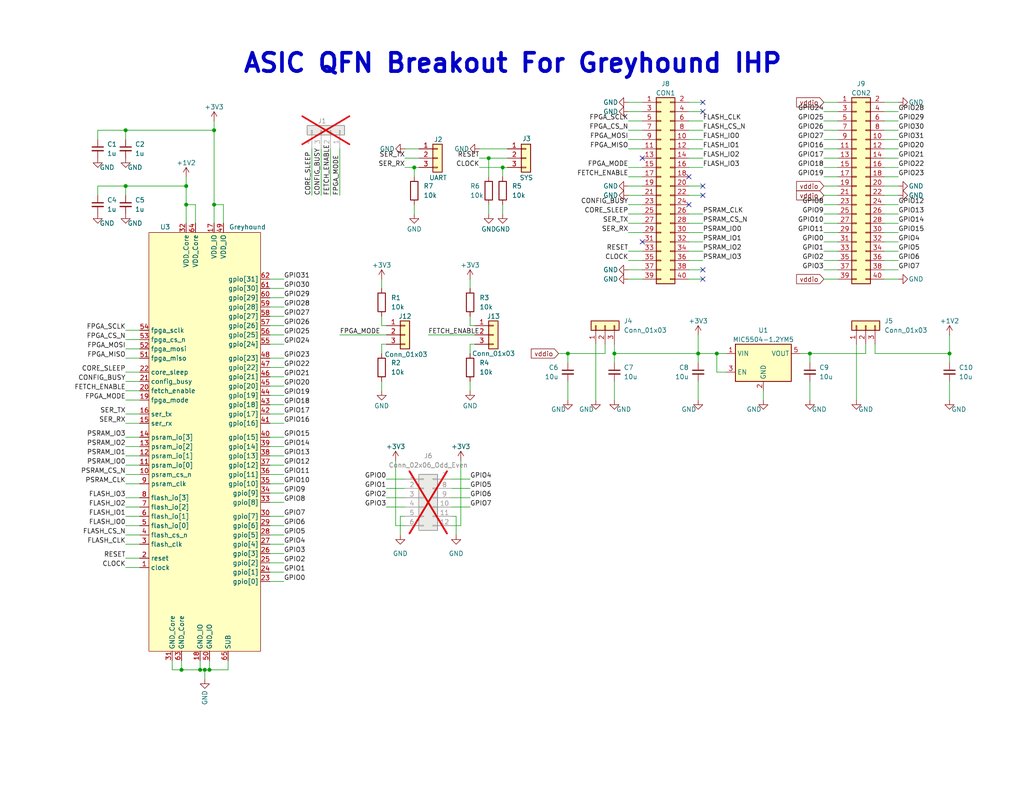
<source format=kicad_sch>
(kicad_sch (version 20250114) (generator "eeschema") (generator_version "9.0")
  (paper "A")
  (title_block (title "Greyhound IHP Breakout QFN") (date "2025-10-20") (rev "1.0.0") (comment 1 "(C) 2024-2025 Pat Deegan") (comment 2 "(C) 2025 Sylvain Munaut") (comment 3 "(C) 2026 Leo Moser"))
  (lib_symbols
    (symbol "Connector_Generic:Conn_01x03" (pin_names (offset 1.016) (hide yes))
      (property "Reference" "J" (at 0 5.08 0))
      (property "Value" "Conn_01x03" (at 0 -5.08 0))
      (symbol "Conn_01x03_1_1"
        (pin passive line (at -5.08 2.54 0) (length 3.81) (name "Pin_1") (number "1"))
        (pin passive line (at -5.08 0 0) (length 3.81) (name "Pin_2") (number "2"))
        (pin passive line (at -5.08 -2.54 0) (length 3.81) (name "Pin_3") (number "3"))
      )
    )
    (symbol "Connector_Generic:Conn_01x04" (pin_names (offset 1.016) (hide yes))
      (property "Reference" "J" (at 0 5.08 0))
      (property "Value" "Conn_01x04" (at 0 -7.62 0))
      (symbol "Conn_01x04_1_1"
        (pin passive line (at -5.08 2.54 0) (length 3.81) (name "Pin_1") (number "1"))
        (pin passive line (at -5.08 0 0) (length 3.81) (name "Pin_2") (number "2"))
        (pin passive line (at -5.08 -2.54 0) (length 3.81) (name "Pin_3") (number "3"))
        (pin passive line (at -5.08 -5.08 0) (length 3.81) (name "Pin_4") (number "4"))
      )
    )
    (symbol "Connector_Generic:Conn_02x06_Top_Bottom" (pin_names (offset 1.016) (hide yes))
      (property "Reference" "J" (at 1.27 7.62 0))
      (property "Value" "Conn_02x06_Top_Bottom" (at 1.27 -10.16 0))
      (symbol "Conn_02x06_Top_Bottom_1_1"
        (pin passive line (at -5.08 5.08 0) (length 3.81) (name "Pin_1") (number "1"))
        (pin passive line (at -5.08 2.54 0) (length 3.81) (name "Pin_2") (number "2"))
        (pin passive line (at -5.08 0 0) (length 3.81) (name "Pin_3") (number "3"))
        (pin passive line (at -5.08 -2.54 0) (length 3.81) (name "Pin_4") (number "4"))
        (pin passive line (at -5.08 -5.08 0) (length 3.81) (name "Pin_5") (number "5"))
        (pin passive line (at -5.08 -7.62 0) (length 3.81) (name "Pin_6") (number "6"))
        (pin passive line (at 7.62 5.08 180) (length 3.81) (name "Pin_7") (number "7"))
        (pin passive line (at 7.62 2.54 180) (length 3.81) (name "Pin_8") (number "8"))
        (pin passive line (at 7.62 0 180) (length 3.81) (name "Pin_9") (number "9"))
        (pin passive line (at 7.62 -2.54 180) (length 3.81) (name "Pin_10") (number "10"))
        (pin passive line (at 7.62 -5.08 180) (length 3.81) (name "Pin_11") (number "11"))
        (pin passive line (at 7.62 -7.62 180) (length 3.81) (name "Pin_12") (number "12"))
      )
    )
    (symbol "Connector_Generic:Conn_02x20_Odd_Even" (pin_names (offset 1.016) (hide yes))
      (property "Reference" "J" (at 1.27 25.4 0))
      (property "Value" "Conn_02x20_Odd_Even" (at 1.27 -27.94 0))
      (symbol "Conn_02x20_Odd_Even_1_1"
        (pin passive line (at -5.08 22.86 0) (length 3.81) (name "Pin_1") (number "1"))
        (pin passive line (at -5.08 20.32 0) (length 3.81) (name "Pin_3") (number "3"))
        (pin passive line (at -5.08 17.78 0) (length 3.81) (name "Pin_5") (number "5"))
        (pin passive line (at -5.08 15.24 0) (length 3.81) (name "Pin_7") (number "7"))
        (pin passive line (at -5.08 12.7 0) (length 3.81) (name "Pin_9") (number "9"))
        (pin passive line (at -5.08 10.16 0) (length 3.81) (name "Pin_11") (number "11"))
        (pin passive line (at -5.08 7.62 0) (length 3.81) (name "Pin_13") (number "13"))
        (pin passive line (at -5.08 5.08 0) (length 3.81) (name "Pin_15") (number "15"))
        (pin passive line (at -5.08 2.54 0) (length 3.81) (name "Pin_17") (number "17"))
        (pin passive line (at -5.08 0 0) (length 3.81) (name "Pin_19") (number "19"))
        (pin passive line (at -5.08 -2.54 0) (length 3.81) (name "Pin_21") (number "21"))
        (pin passive line (at -5.08 -5.08 0) (length 3.81) (name "Pin_23") (number "23"))
        (pin passive line (at -5.08 -7.62 0) (length 3.81) (name "Pin_25") (number "25"))
        (pin passive line (at -5.08 -10.16 0) (length 3.81) (name "Pin_27") (number "27"))
        (pin passive line (at -5.08 -12.7 0) (length 3.81) (name "Pin_29") (number "29"))
        (pin passive line (at -5.08 -15.24 0) (length 3.81) (name "Pin_31") (number "31"))
        (pin passive line (at -5.08 -17.78 0) (length 3.81) (name "Pin_33") (number "33"))
        (pin passive line (at -5.08 -20.32 0) (length 3.81) (name "Pin_35") (number "35"))
        (pin passive line (at -5.08 -22.86 0) (length 3.81) (name "Pin_37") (number "37"))
        (pin passive line (at -5.08 -25.4 0) (length 3.81) (name "Pin_39") (number "39"))
        (pin passive line (at 7.62 22.86 180) (length 3.81) (name "Pin_2") (number "2"))
        (pin passive line (at 7.62 20.32 180) (length 3.81) (name "Pin_4") (number "4"))
        (pin passive line (at 7.62 17.78 180) (length 3.81) (name "Pin_6") (number "6"))
        (pin passive line (at 7.62 15.24 180) (length 3.81) (name "Pin_8") (number "8"))
        (pin passive line (at 7.62 12.7 180) (length 3.81) (name "Pin_10") (number "10"))
        (pin passive line (at 7.62 10.16 180) (length 3.81) (name "Pin_12") (number "12"))
        (pin passive line (at 7.62 7.62 180) (length 3.81) (name "Pin_14") (number "14"))
        (pin passive line (at 7.62 5.08 180) (length 3.81) (name "Pin_16") (number "16"))
        (pin passive line (at 7.62 2.54 180) (length 3.81) (name "Pin_18") (number "18"))
        (pin passive line (at 7.62 0 180) (length 3.81) (name "Pin_20") (number "20"))
        (pin passive line (at 7.62 -2.54 180) (length 3.81) (name "Pin_22") (number "22"))
        (pin passive line (at 7.62 -5.08 180) (length 3.81) (name "Pin_24") (number "24"))
        (pin passive line (at 7.62 -7.62 180) (length 3.81) (name "Pin_26") (number "26"))
        (pin passive line (at 7.62 -10.16 180) (length 3.81) (name "Pin_28") (number "28"))
        (pin passive line (at 7.62 -12.7 180) (length 3.81) (name "Pin_30") (number "30"))
        (pin passive line (at 7.62 -15.24 180) (length 3.81) (name "Pin_32") (number "32"))
        (pin passive line (at 7.62 -17.78 180) (length 3.81) (name "Pin_34") (number "34"))
        (pin passive line (at 7.62 -20.32 180) (length 3.81) (name "Pin_36") (number "36"))
        (pin passive line (at 7.62 -22.86 180) (length 3.81) (name "Pin_38") (number "38"))
        (pin passive line (at 7.62 -25.4 180) (length 3.81) (name "Pin_40") (number "40"))
      )
    )
    (symbol "Device:C_Small" (pin_numbers (hide yes)) (pin_names (offset 0.254) (hide yes))
      (property "Reference" "C" (at 0.254 1.778 0))
      (property "Value" "C_Small" (at 0.254 -2.032 0))
      (symbol "C_Small_1_1"
        (pin passive line (at 0 2.54 270) (length 2.032) (name "~") (number "1"))
        (pin passive line (at 0 -2.54 90) (length 2.032) (name "~") (number "2"))
      )
    )
    (symbol "Device:R" (pin_numbers (hide yes)) (pin_names (offset 0))
      (property "Reference" "R" (at 2.032 0 90))
      (property "Value" "R" (at 0 0 90))
      (symbol "R_1_1"
        (pin passive line (at 0 3.81 270) (length 1.27) (name "~") (number "1"))
        (pin passive line (at 0 -3.81 90) (length 1.27) (name "~") (number "2"))
      )
    )
    (symbol "Greyhound:Greyhound_v1"
      (property "Reference" "U2" (at 12.3033 58.42 0))
      (property "Value" "~" (at 12.3033 55.88 0))
      (symbol "Greyhound_v1_0_0"
        (pin power_in line (at -6.35 -63.5 90) (length 2.54) (name "GND_Core") (number "63"))
        (pin power_in line (at -2.54 55.88 270) (length 2.54) (name "VDD_Core") (number "64"))
        (pin power_in line (at 2.54 55.88 270) (length 2.54) (name "VDD_IO") (number "17"))
        (pin power_in line (at 6.35 -63.5 90) (length 2.54) (name "SUB") (number "65"))
      )
      (symbol "Greyhound_v1_1_0"
        (pin bidirectional line (at -17.78 26.67 0) (length 2.54) (name "fpga_sclk") (number "54"))
        (pin bidirectional line (at -17.78 24.13 0) (length 2.54) (name "fpga_cs_n") (number "53"))
        (pin bidirectional line (at -17.78 21.59 0) (length 2.54) (name "fpga_mosi") (number "52"))
        (pin bidirectional line (at -17.78 19.05 0) (length 2.54) (name "fpga_miso") (number "51"))
        (pin output line (at -17.78 15.24 0) (length 2.54) (name "core_sleep") (number "22"))
        (pin output line (at -17.78 12.7 0) (length 2.54) (name "config_busy") (number "21"))
        (pin input line (at -17.78 10.16 0) (length 2.54) (name "fetch_enable") (number "20"))
        (pin input line (at -17.78 7.62 0) (length 2.54) (name "fpga_mode") (number "19"))
        (pin output line (at -17.78 3.81 0) (length 2.54) (name "ser_tx") (number "16"))
        (pin input line (at -17.78 1.27 0) (length 2.54) (name "ser_rx") (number "15"))
        (pin bidirectional line (at -17.78 -2.54 0) (length 2.54) (name "psram_io[3]") (number "14"))
        (pin bidirectional line (at -17.78 -5.08 0) (length 2.54) (name "psram_io[2]") (number "13"))
        (pin bidirectional line (at -17.78 -7.62 0) (length 2.54) (name "psram_io[1]") (number "12"))
        (pin bidirectional line (at -17.78 -10.16 0) (length 2.54) (name "psram_io[0]") (number "11"))
        (pin output line (at -17.78 -12.7 0) (length 2.54) (name "psram_cs_n") (number "10"))
        (pin output line (at -17.78 -15.24 0) (length 2.54) (name "psram_clk") (number "9"))
        (pin bidirectional line (at -17.78 -19.05 0) (length 2.54) (name "flash_io[3]") (number "8"))
        (pin bidirectional line (at -17.78 -21.59 0) (length 2.54) (name "flash_io[2]") (number "7"))
        (pin bidirectional line (at -17.78 -24.13 0) (length 2.54) (name "flash_io[1]") (number "6"))
        (pin bidirectional line (at -17.78 -26.67 0) (length 2.54) (name "flash_io[0]") (number "5"))
        (pin output line (at -17.78 -29.21 0) (length 2.54) (name "flash_cs_n") (number "4"))
        (pin output line (at -17.78 -31.75 0) (length 2.54) (name "flash_clk") (number "3"))
        (pin input line (at -17.78 -35.56 0) (length 2.54) (name "reset") (number "2"))
        (pin input line (at -17.78 -38.1 0) (length 2.54) (name "clock") (number "1"))
        (pin power_in line (at -8.89 -63.5 90) (length 2.54) (name "GND_Core") (number "31"))
        (pin power_in line (at -5.08 55.88 270) (length 2.54) (name "VDD_Core") (number "32"))
        (pin power_in line (at -1.27 -63.5 90) (length 2.54) (name "GND_IO") (number "18"))
        (pin power_in line (at 1.27 -63.5 90) (length 2.54) (name "GND_IO") (number "50"))
        (pin power_in line (at 5.08 55.88 270) (length 2.54) (name "VDD_IO") (number "49"))
        (pin bidirectional line (at 17.78 40.64 180) (length 2.54) (name "gpio[31]") (number "62"))
        (pin bidirectional line (at 17.78 38.1 180) (length 2.54) (name "gpio[30]") (number "61"))
        (pin bidirectional line (at 17.78 35.56 180) (length 2.54) (name "gpio[29]") (number "60"))
        (pin bidirectional line (at 17.78 33.02 180) (length 2.54) (name "gpio[28]") (number "59"))
        (pin bidirectional line (at 17.78 30.48 180) (length 2.54) (name "gpio[27]") (number "58"))
        (pin bidirectional line (at 17.78 27.94 180) (length 2.54) (name "gpio[26]") (number "57"))
        (pin bidirectional line (at 17.78 25.4 180) (length 2.54) (name "gpio[25]") (number "56"))
        (pin bidirectional line (at 17.78 22.86 180) (length 2.54) (name "gpio[24]") (number "55"))
        (pin bidirectional line (at 17.78 19.05 180) (length 2.54) (name "gpio[23]") (number "48"))
        (pin bidirectional line (at 17.78 16.51 180) (length 2.54) (name "gpio[22]") (number "47"))
        (pin bidirectional line (at 17.78 13.97 180) (length 2.54) (name "gpio[21]") (number "46"))
        (pin bidirectional line (at 17.78 11.43 180) (length 2.54) (name "gpio[20]") (number "45"))
        (pin bidirectional line (at 17.78 8.89 180) (length 2.54) (name "gpio[19]") (number "44"))
        (pin bidirectional line (at 17.78 6.35 180) (length 2.54) (name "gpio[18]") (number "43"))
        (pin bidirectional line (at 17.78 3.81 180) (length 2.54) (name "gpio[17]") (number "42"))
        (pin bidirectional line (at 17.78 1.27 180) (length 2.54) (name "gpio[16]") (number "41"))
        (pin bidirectional line (at 17.78 -2.54 180) (length 2.54) (name "gpio[15]") (number "40"))
        (pin bidirectional line (at 17.78 -5.08 180) (length 2.54) (name "gpio[14]") (number "39"))
        (pin bidirectional line (at 17.78 -7.62 180) (length 2.54) (name "gpio[13]") (number "38"))
        (pin bidirectional line (at 17.78 -10.16 180) (length 2.54) (name "gpio[12]") (number "37"))
        (pin bidirectional line (at 17.78 -12.7 180) (length 2.54) (name "gpio[11]") (number "36"))
        (pin bidirectional line (at 17.78 -15.24 180) (length 2.54) (name "gpio[10]") (number "35"))
        (pin bidirectional line (at 17.78 -17.78 180) (length 2.54) (name "gpio[9]") (number "34"))
        (pin bidirectional line (at 17.78 -20.32 180) (length 2.54) (name "gpio[8]") (number "33"))
        (pin bidirectional line (at 17.78 -24.13 180) (length 2.54) (name "gpio[7]") (number "30"))
        (pin bidirectional line (at 17.78 -26.67 180) (length 2.54) (name "gpio[6]") (number "29"))
        (pin bidirectional line (at 17.78 -29.21 180) (length 2.54) (name "gpio[5]") (number "28"))
        (pin bidirectional line (at 17.78 -31.75 180) (length 2.54) (name "gpio[4]") (number "27"))
        (pin bidirectional line (at 17.78 -34.29 180) (length 2.54) (name "gpio[3]") (number "26"))
        (pin bidirectional line (at 17.78 -36.83 180) (length 2.54) (name "gpio[2]") (number "25"))
        (pin power_in line (at 17.78 -39.37 180) (length 2.54) (name "gpio[1]") (number "24"))
        (pin power_in line (at 17.78 -41.91 180) (length 2.54) (name "gpio[0]") (number "23"))
      )
    )
    (symbol "Regulator_Linear:MIC5504-1.2YM5"
      (property "Reference" "U" (at -7.62 8.89 0))
      (property "Value" "MIC5504-1.2YM5" (at -7.62 6.35 0))
      (symbol "MIC5504-1.2YM5_1_1"
        (pin power_in line (at -10.16 2.54 0) (length 2.54) (name "VIN") (number "1"))
        (pin input line (at -10.16 -2.54 0) (length 2.54) (name "EN") (number "3"))
        (pin power_in line (at 0 -7.62 90) (length 2.54) (name "GND") (number "2"))
        (pin no_connect line (at 7.62 -2.54 180) (length 2.54) (hide yes) (name "NC") (number "4"))
        (pin power_out line (at 10.16 2.54 180) (length 2.54) (name "VOUT") (number "5"))
      )
    )
    (symbol "power:+1V2" (power) (pin_numbers (hide yes)) (pin_names (offset 0) (hide yes))
      (property "Value" "+1V2" (at 0 3.556 0))
      (symbol "+1V2_1_1"
        (pin power_in line (at 0 0 90) (length 0) (name "~") (number "1"))
      )
    )
    (symbol "power:+3V3" (power) (pin_numbers (hide yes)) (pin_names (offset 0) (hide yes))
      (property "Value" "+3V3" (at 0 3.556 0))
      (symbol "+3V3_1_1"
        (pin power_in line (at 0 0 90) (length 0) (name "~") (number "1"))
      )
    )
    (symbol "power:GND" (power) (pin_names (offset 0))
      (property "Value" "GND" (at 0 -3.81 0))
      (symbol "GND_1_1"
        (pin power_in line (at 0 0 270) (length 0) (hide yes) (name "GND") (number "1"))
      )
    )
  )
  (text "ASIC QFN Breakout For Greyhound IHP" (at 66.04 20.32 0) (effects (font (size 5 5) (thickness 1) (bold yes)) (justify left bottom)))
  (junction (at 58.42 55.88))
  (junction (at 55.88 182.88))
  (junction (at 50.8 55.88))
  (junction (at 34.29 35.56))
  (junction (at 137.16 45.72))
  (junction (at 34.29 50.8))
  (junction (at 259.08 96.52))
  (junction (at 167.64 96.52))
  (junction (at 220.98 96.52))
  (junction (at 57.15 182.88))
  (junction (at 190.5 96.52))
  (junction (at 154.94 96.52))
  (junction (at 58.42 35.56))
  (junction (at 50.8 50.8))
  (junction (at 113.03 45.72))
  (junction (at 195.58 96.52))
  (junction (at 54.61 182.88))
  (junction (at 49.53 182.88))
  (junction (at 133.35 43.18))
  (no_connect (at 191.77 27.94))
  (no_connect (at 191.77 53.34))
  (no_connect (at 175.26 66.04))
  (no_connect (at 191.77 76.2))
  (no_connect (at 191.77 73.66))
  (no_connect (at 175.26 43.18))
  (no_connect (at 187.96 55.88))
  (no_connect (at 187.96 48.26))
  (no_connect (at 191.77 50.8))
  (no_connect (at 191.77 30.48))
  (wire (pts (xy 54.61 180.34) (xy 54.61 182.88)))
  (wire (pts (xy 187.96 68.58) (xy 191.77 68.58)))
  (wire (pts (xy 191.77 30.48) (xy 187.96 30.48)))
  (wire (pts (xy 171.45 73.66) (xy 175.26 73.66)))
  (wire (pts (xy 54.61 182.88) (xy 55.88 182.88)))
  (wire (pts (xy 92.71 40.64) (xy 92.71 53.34)))
  (wire (pts (xy 73.66 86.36) (xy 77.47 86.36)))
  (wire (pts (xy 73.66 134.62) (xy 77.47 134.62)))
  (wire (pts (xy 38.1 152.4) (xy 34.29 152.4)))
  (wire (pts (xy 38.1 115.57) (xy 34.29 115.57)))
  (wire (pts (xy 123.19 135.89) (xy 128.27 135.89)))
  (wire (pts (xy 238.76 96.52) (xy 259.08 96.52)))
  (wire (pts (xy 171.45 35.56) (xy 175.26 35.56)))
  (wire (pts (xy 123.19 133.35) (xy 128.27 133.35)))
  (wire (pts (xy 224.79 40.64) (xy 228.6 40.64)))
  (wire (pts (xy 165.1 96.52) (xy 165.1 93.98)))
  (wire (pts (xy 241.3 66.04) (xy 245.11 66.04)))
  (wire (pts (xy 58.42 33.02) (xy 58.42 35.56)))
  (wire (pts (xy 73.66 146.05) (xy 77.47 146.05)))
  (wire (pts (xy 57.15 182.88) (xy 55.88 182.88)))
  (wire (pts (xy 38.1 97.79) (xy 34.29 97.79)))
  (wire (pts (xy 34.29 38.1) (xy 34.29 35.56)))
  (wire (pts (xy 38.1 129.54) (xy 34.29 129.54)))
  (wire (pts (xy 73.66 115.57) (xy 77.47 115.57)))
  (wire (pts (xy 220.98 109.22) (xy 220.98 104.14)))
  (wire (pts (xy 167.64 96.52) (xy 167.64 99.06)))
  (wire (pts (xy 73.66 110.49) (xy 77.47 110.49)))
  (wire (pts (xy 241.3 45.72) (xy 245.11 45.72)))
  (wire (pts (xy 130.81 45.72) (xy 137.16 45.72)))
  (wire (pts (xy 104.14 93.98) (xy 105.41 93.98)))
  (wire (pts (xy 224.79 76.2) (xy 228.6 76.2)))
  (wire (pts (xy 73.66 91.44) (xy 77.47 91.44)))
  (wire (pts (xy 57.15 180.34) (xy 57.15 182.88)))
  (wire (pts (xy 171.45 71.12) (xy 175.26 71.12)))
  (wire (pts (xy 55.88 182.88) (xy 55.88 185.42)))
  (wire (pts (xy 105.41 130.81) (xy 110.49 130.81)))
  (wire (pts (xy 241.3 38.1) (xy 245.11 38.1)))
  (wire (pts (xy 38.1 154.94) (xy 34.29 154.94)))
  (wire (pts (xy 38.1 92.71) (xy 34.29 92.71)))
  (wire (pts (xy 58.42 60.96) (xy 58.42 55.88)))
  (wire (pts (xy 224.79 63.5) (xy 228.6 63.5)))
  (wire (pts (xy 154.94 96.52) (xy 165.1 96.52)))
  (wire (pts (xy 73.66 148.59) (xy 77.47 148.59)))
  (wire (pts (xy 85.09 40.64) (xy 85.09 53.34)))
  (wire (pts (xy 187.96 45.72) (xy 191.77 45.72)))
  (wire (pts (xy 187.96 50.8) (xy 191.77 50.8)))
  (wire (pts (xy 73.66 156.21) (xy 77.47 156.21)))
  (wire (pts (xy 46.99 182.88) (xy 49.53 182.88)))
  (wire (pts (xy 73.66 107.95) (xy 77.47 107.95)))
  (wire (pts (xy 224.79 73.66) (xy 228.6 73.66)))
  (wire (pts (xy 73.66 153.67) (xy 77.47 153.67)))
  (wire (pts (xy 130.81 43.18) (xy 133.35 43.18)))
  (wire (pts (xy 167.64 96.52) (xy 190.5 96.52)))
  (wire (pts (xy 133.35 43.18) (xy 138.43 43.18)))
  (wire (pts (xy 241.3 71.12) (xy 245.11 71.12)))
  (wire (pts (xy 187.96 63.5) (xy 191.77 63.5)))
  (wire (pts (xy 50.8 55.88) (xy 53.34 55.88)))
  (wire (pts (xy 220.98 96.52) (xy 236.22 96.52)))
  (wire (pts (xy 73.66 88.9) (xy 77.47 88.9)))
  (wire (pts (xy 73.66 119.38) (xy 77.47 119.38)))
  (wire (pts (xy 73.66 93.98) (xy 77.47 93.98)))
  (wire (pts (xy 34.29 35.56) (xy 58.42 35.56)))
  (wire (pts (xy 26.67 50.8) (xy 34.29 50.8)))
  (wire (pts (xy 128.27 104.14) (xy 128.27 106.68)))
  (wire (pts (xy 224.79 55.88) (xy 228.6 55.88)))
  (wire (pts (xy 110.49 45.72) (xy 113.03 45.72)))
  (wire (pts (xy 90.17 40.64) (xy 90.17 53.34)))
  (wire (pts (xy 73.66 113.03) (xy 77.47 113.03)))
  (wire (pts (xy 152.4 96.52) (xy 154.94 96.52)))
  (wire (pts (xy 241.3 30.48) (xy 245.11 30.48)))
  (wire (pts (xy 49.53 182.88) (xy 54.61 182.88)))
  (wire (pts (xy 187.96 71.12) (xy 191.77 71.12)))
  (wire (pts (xy 128.27 93.98) (xy 129.54 93.98)))
  (wire (pts (xy 105.41 138.43) (xy 110.49 138.43)))
  (wire (pts (xy 224.79 43.18) (xy 228.6 43.18)))
  (wire (pts (xy 224.79 38.1) (xy 228.6 38.1)))
  (wire (pts (xy 224.79 45.72) (xy 228.6 45.72)))
  (wire (pts (xy 123.19 140.97) (xy 124.46 140.97)))
  (wire (pts (xy 34.29 50.8) (xy 50.8 50.8)))
  (wire (pts (xy 171.45 58.42) (xy 175.26 58.42)))
  (wire (pts (xy 123.19 138.43) (xy 128.27 138.43)))
  (wire (pts (xy 58.42 55.88) (xy 60.96 55.88)))
  (wire (pts (xy 171.45 55.88) (xy 175.26 55.88)))
  (wire (pts (xy 133.35 43.18) (xy 133.35 48.26)))
  (wire (pts (xy 187.96 53.34) (xy 191.77 53.34)))
  (wire (pts (xy 241.3 60.96) (xy 245.11 60.96)))
  (wire (pts (xy 259.08 96.52) (xy 259.08 91.44)))
  (wire (pts (xy 104.14 88.9) (xy 105.41 88.9)))
  (wire (pts (xy 38.1 127) (xy 34.29 127)))
  (wire (pts (xy 241.3 35.56) (xy 245.11 35.56)))
  (wire (pts (xy 241.3 68.58) (xy 245.11 68.58)))
  (wire (pts (xy 187.96 66.04) (xy 191.77 66.04)))
  (wire (pts (xy 38.1 124.46) (xy 34.29 124.46)))
  (wire (pts (xy 92.71 91.44) (xy 105.41 91.44)))
  (wire (pts (xy 137.16 45.72) (xy 138.43 45.72)))
  (wire (pts (xy 241.3 33.02) (xy 245.11 33.02)))
  (wire (pts (xy 154.94 96.52) (xy 154.94 99.06)))
  (wire (pts (xy 113.03 45.72) (xy 113.03 48.26)))
  (wire (pts (xy 38.1 109.22) (xy 34.29 109.22)))
  (wire (pts (xy 104.14 93.98) (xy 104.14 96.52)))
  (wire (pts (xy 38.1 95.25) (xy 34.29 95.25)))
  (wire (pts (xy 224.79 35.56) (xy 228.6 35.56)))
  (wire (pts (xy 38.1 101.6) (xy 34.29 101.6)))
  (wire (pts (xy 38.1 138.43) (xy 34.29 138.43)))
  (wire (pts (xy 38.1 146.05) (xy 34.29 146.05)))
  (wire (pts (xy 62.23 180.34) (xy 62.23 182.88)))
  (wire (pts (xy 73.66 124.46) (xy 77.47 124.46)))
  (wire (pts (xy 259.08 109.22) (xy 259.08 104.14)))
  (wire (pts (xy 137.16 55.88) (xy 137.16 58.42)))
  (wire (pts (xy 123.19 143.51) (xy 125.73 143.51)))
  (wire (pts (xy 238.76 93.98) (xy 238.76 96.52)))
  (wire (pts (xy 187.96 38.1) (xy 191.77 38.1)))
  (wire (pts (xy 233.68 109.22) (xy 233.68 93.98)))
  (wire (pts (xy 224.79 48.26) (xy 228.6 48.26)))
  (wire (pts (xy 49.53 180.34) (xy 49.53 182.88)))
  (wire (pts (xy 224.79 60.96) (xy 228.6 60.96)))
  (wire (pts (xy 228.6 53.34) (xy 224.79 53.34)))
  (wire (pts (xy 241.3 73.66) (xy 245.11 73.66)))
  (wire (pts (xy 128.27 88.9) (xy 129.54 88.9)))
  (wire (pts (xy 130.81 40.64) (xy 138.43 40.64)))
  (wire (pts (xy 73.66 158.75) (xy 77.47 158.75)))
  (wire (pts (xy 107.95 125.73) (xy 107.95 143.51)))
  (wire (pts (xy 190.5 96.52) (xy 195.58 96.52)))
  (wire (pts (xy 73.66 81.28) (xy 77.47 81.28)))
  (wire (pts (xy 57.15 182.88) (xy 62.23 182.88)))
  (wire (pts (xy 73.66 121.92) (xy 77.47 121.92)))
  (wire (pts (xy 73.66 140.97) (xy 77.47 140.97)))
  (wire (pts (xy 73.66 129.54) (xy 77.47 129.54)))
  (wire (pts (xy 73.66 137.16) (xy 77.47 137.16)))
  (wire (pts (xy 38.1 132.08) (xy 34.29 132.08)))
  (wire (pts (xy 38.1 121.92) (xy 34.29 121.92)))
  (wire (pts (xy 73.66 102.87) (xy 77.47 102.87)))
  (wire (pts (xy 38.1 113.03) (xy 34.29 113.03)))
  (wire (pts (xy 220.98 96.52) (xy 220.98 99.06)))
  (wire (pts (xy 191.77 27.94) (xy 187.96 27.94)))
  (wire (pts (xy 104.14 86.36) (xy 104.14 88.9)))
  (wire (pts (xy 224.79 58.42) (xy 228.6 58.42)))
  (wire (pts (xy 73.66 127) (xy 77.47 127)))
  (wire (pts (xy 171.45 27.94) (xy 175.26 27.94)))
  (wire (pts (xy 73.66 76.2) (xy 77.47 76.2)))
  (wire (pts (xy 38.1 90.17) (xy 34.29 90.17)))
  (wire (pts (xy 110.49 40.64) (xy 114.3 40.64)))
  (wire (pts (xy 73.66 105.41) (xy 77.47 105.41)))
  (wire (pts (xy 38.1 106.68) (xy 34.29 106.68)))
  (wire (pts (xy 128.27 76.2) (xy 128.27 78.74)))
  (wire (pts (xy 190.5 91.44) (xy 190.5 96.52)))
  (wire (pts (xy 38.1 140.97) (xy 34.29 140.97)))
  (wire (pts (xy 110.49 43.18) (xy 114.3 43.18)))
  (wire (pts (xy 224.79 66.04) (xy 228.6 66.04)))
  (wire (pts (xy 190.5 109.22) (xy 190.5 104.14)))
  (wire (pts (xy 175.26 50.8) (xy 171.45 50.8)))
  (wire (pts (xy 171.45 30.48) (xy 175.26 30.48)))
  (wire (pts (xy 38.1 119.38) (xy 34.29 119.38)))
  (wire (pts (xy 104.14 104.14) (xy 104.14 106.68)))
  (wire (pts (xy 241.3 43.18) (xy 245.11 43.18)))
  (wire (pts (xy 241.3 53.34) (xy 245.11 53.34)))
  (wire (pts (xy 73.66 100.33) (xy 77.47 100.33)))
  (wire (pts (xy 50.8 55.88) (xy 50.8 60.96)))
  (wire (pts (xy 245.11 76.2) (xy 241.3 76.2)))
  (wire (pts (xy 190.5 96.52) (xy 190.5 99.06)))
  (wire (pts (xy 236.22 96.52) (xy 236.22 93.98)))
  (wire (pts (xy 198.12 101.6) (xy 195.58 101.6)))
  (wire (pts (xy 113.03 55.88) (xy 113.03 58.42)))
  (wire (pts (xy 104.14 76.2) (xy 104.14 78.74)))
  (wire (pts (xy 224.79 30.48) (xy 228.6 30.48)))
  (wire (pts (xy 245.11 27.94) (xy 241.3 27.94)))
  (wire (pts (xy 137.16 45.72) (xy 137.16 48.26)))
  (wire (pts (xy 218.44 96.52) (xy 220.98 96.52)))
  (wire (pts (xy 187.96 35.56) (xy 191.77 35.56)))
  (wire (pts (xy 26.67 38.1) (xy 26.67 35.56)))
  (wire (pts (xy 175.26 53.34) (xy 171.45 53.34)))
  (wire (pts (xy 109.22 140.97) (xy 110.49 140.97)))
  (wire (pts (xy 73.66 143.51) (xy 77.47 143.51)))
  (wire (pts (xy 191.77 76.2) (xy 187.96 76.2)))
  (wire (pts (xy 105.41 135.89) (xy 110.49 135.89)))
  (wire (pts (xy 195.58 96.52) (xy 198.12 96.52)))
  (wire (pts (xy 187.96 60.96) (xy 191.77 60.96)))
  (wire (pts (xy 171.45 40.64) (xy 175.26 40.64)))
  (wire (pts (xy 38.1 135.89) (xy 34.29 135.89)))
  (wire (pts (xy 167.64 109.22) (xy 167.64 104.14)))
  (wire (pts (xy 195.58 101.6) (xy 195.58 96.52)))
  (wire (pts (xy 228.6 50.8) (xy 224.79 50.8)))
  (wire (pts (xy 73.66 151.13) (xy 77.47 151.13)))
  (wire (pts (xy 73.66 83.82) (xy 77.47 83.82)))
  (wire (pts (xy 26.67 53.34) (xy 26.67 50.8)))
  (wire (pts (xy 241.3 63.5) (xy 245.11 63.5)))
  (wire (pts (xy 87.63 40.64) (xy 87.63 53.34)))
  (wire (pts (xy 46.99 180.34) (xy 46.99 182.88)))
  (wire (pts (xy 50.8 48.26) (xy 50.8 50.8)))
  (wire (pts (xy 224.79 71.12) (xy 228.6 71.12)))
  (wire (pts (xy 116.84 91.44) (xy 129.54 91.44)))
  (wire (pts (xy 167.64 93.98) (xy 167.64 96.52)))
  (wire (pts (xy 125.73 125.73) (xy 125.73 143.51)))
  (wire (pts (xy 224.79 27.94) (xy 228.6 27.94)))
  (wire (pts (xy 171.45 68.58) (xy 175.26 68.58)))
  (wire (pts (xy 187.96 73.66) (xy 191.77 73.66)))
  (wire (pts (xy 241.3 40.64) (xy 245.11 40.64)))
  (wire (pts (xy 171.45 45.72) (xy 175.26 45.72)))
  (wire (pts (xy 38.1 104.14) (xy 34.29 104.14)))
  (wire (pts (xy 241.3 50.8) (xy 245.11 50.8)))
  (wire (pts (xy 105.41 133.35) (xy 110.49 133.35)))
  (wire (pts (xy 53.34 55.88) (xy 53.34 60.96)))
  (wire (pts (xy 38.1 148.59) (xy 34.29 148.59)))
  (wire (pts (xy 73.66 132.08) (xy 77.47 132.08)))
  (wire (pts (xy 58.42 35.56) (xy 58.42 55.88)))
  (wire (pts (xy 124.46 140.97) (xy 124.46 146.05)))
  (wire (pts (xy 241.3 48.26) (xy 245.11 48.26)))
  (wire (pts (xy 154.94 109.22) (xy 154.94 104.14)))
  (wire (pts (xy 60.96 55.88) (xy 60.96 60.96)))
  (wire (pts (xy 241.3 55.88) (xy 245.11 55.88)))
  (wire (pts (xy 171.45 48.26) (xy 175.26 48.26)))
  (wire (pts (xy 133.35 55.88) (xy 133.35 58.42)))
  (wire (pts (xy 113.03 45.72) (xy 114.3 45.72)))
  (wire (pts (xy 73.66 97.79) (xy 77.47 97.79)))
  (wire (pts (xy 171.45 76.2) (xy 175.26 76.2)))
  (wire (pts (xy 208.28 109.22) (xy 208.28 106.68)))
  (wire (pts (xy 259.08 99.06) (xy 259.08 96.52)))
  (wire (pts (xy 34.29 53.34) (xy 34.29 50.8)))
  (wire (pts (xy 38.1 143.51) (xy 34.29 143.51)))
  (wire (pts (xy 171.45 38.1) (xy 175.26 38.1)))
  (wire (pts (xy 187.96 40.64) (xy 191.77 40.64)))
  (wire (pts (xy 187.96 43.18) (xy 191.77 43.18)))
  (wire (pts (xy 107.95 143.51) (xy 110.49 143.51)))
  (wire (pts (xy 241.3 58.42) (xy 245.11 58.42)))
  (wire (pts (xy 171.45 33.02) (xy 175.26 33.02)))
  (wire (pts (xy 128.27 86.36) (xy 128.27 88.9)))
  (wire (pts (xy 73.66 78.74) (xy 77.47 78.74)))
  (wire (pts (xy 171.45 63.5) (xy 175.26 63.5)))
  (wire (pts (xy 171.45 60.96) (xy 175.26 60.96)))
  (wire (pts (xy 187.96 33.02) (xy 191.77 33.02)))
  (wire (pts (xy 123.19 130.81) (xy 128.27 130.81)))
  (wire (pts (xy 26.67 35.56) (xy 34.29 35.56)))
  (wire (pts (xy 128.27 93.98) (xy 128.27 96.52)))
  (wire (pts (xy 50.8 50.8) (xy 50.8 55.88)))
  (wire (pts (xy 224.79 68.58) (xy 228.6 68.58)))
  (wire (pts (xy 162.56 109.22) (xy 162.56 93.98)))
  (wire (pts (xy 224.79 33.02) (xy 228.6 33.02)))
  (wire (pts (xy 109.22 140.97) (xy 109.22 146.05)))
  (wire (pts (xy 187.96 58.42) (xy 191.77 58.42)))
  (label "GPIO0" (at 105.41 130.81 180))
  (label "GPIO4" (at 77.47 148.59 0))
  (label "GPIO11" (at 224.79 63.5 180))
  (label "FLASH_CLK" (at 191.77 33.02 0))
  (label "RESET" (at 130.81 43.18 180))
  (label "FPGA_MOSI" (at 34.29 95.25 180))
  (label "CONFIG_BUSY" (at 34.29 104.14 180))
  (label "GPIO17" (at 224.79 43.18 180))
  (label "GPIO28" (at 77.47 83.82 0))
  (label "PSRAM_IO1" (at 191.77 66.04 0))
  (label "GPIO4" (at 128.27 130.81 0))
  (label "GPIO6" (at 77.47 143.51 0))
  (label "GPIO25" (at 77.47 91.44 0))
  (label "GPIO12" (at 77.47 127 0))
  (label "GPIO24" (at 77.47 93.98 0))
  (label "GPIO15" (at 77.47 119.38 0))
  (label "GPIO10" (at 77.47 132.08 0))
  (label "FETCH_ENABLE" (at 171.45 48.26 180))
  (label "PSRAM_IO3" (at 191.77 71.12 0))
  (label "GPIO13" (at 245.11 58.42 0))
  (label "PSRAM_IO2" (at 34.29 121.92 180))
  (label "SER_RX" (at 34.29 115.57 180))
  (label "GPIO16" (at 77.47 115.57 0))
  (label "CORE_SLEEP" (at 85.09 53.34 90))
  (label "GPIO1" (at 224.79 68.58 180))
  (label "GPIO27" (at 77.47 86.36 0))
  (label "GPIO1" (at 105.41 133.35 180))
  (label "GPIO29" (at 77.47 81.28 0))
  (label "GPIO11" (at 77.47 129.54 0))
  (label "GPIO2" (at 105.41 135.89 180))
  (label "FPGA_MISO" (at 171.45 40.64 180))
  (label "GPIO20" (at 245.11 40.64 0))
  (label "GPIO3" (at 105.41 138.43 180))
  (label "GPIO24" (at 224.79 30.48 180))
  (label "GPIO26" (at 77.47 88.9 0))
  (label "GPIO23" (at 245.11 48.26 0))
  (label "GPIO17" (at 77.47 113.03 0))
  (label "FLASH_IO1" (at 34.29 140.97 180))
  (label "FLASH_CS_N" (at 191.77 35.56 0))
  (label "CLOCK" (at 34.29 154.94 180))
  (label "GPIO22" (at 77.47 100.33 0))
  (label "GPIO7" (at 77.47 140.97 0))
  (label "FLASH_IO2" (at 34.29 138.43 180))
  (label "SER_TX" (at 34.29 113.03 180))
  (label "FPGA_SCLK" (at 34.29 90.17 180))
  (label "GPIO7" (at 128.27 138.43 0))
  (label "CORE_SLEEP" (at 34.29 101.6 180))
  (label "GPIO14" (at 77.47 121.92 0))
  (label "SER_TX" (at 110.49 43.18 180))
  (label "FPGA_CS_N" (at 171.45 35.56 180))
  (label "GPIO1" (at 77.47 156.21 0))
  (label "SER_TX" (at 171.45 60.96 180))
  (label "FPGA_MODE" (at 92.71 91.44 0))
  (label "GPIO3" (at 224.79 73.66 180))
  (label "GPIO5" (at 245.11 68.58 0))
  (label "FLASH_IO3" (at 34.29 135.89 180))
  (label "GPIO7" (at 245.11 73.66 0))
  (label "FLASH_IO0" (at 191.77 38.1 0))
  (label "PSRAM_IO2" (at 191.77 68.58 0))
  (label "GPIO21" (at 77.47 102.87 0))
  (label "FPGA_MODE" (at 34.29 109.22 180))
  (label "FLASH_IO1" (at 191.77 40.64 0))
  (label "PSRAM_IO3" (at 34.29 119.38 180))
  (label "FPGA_MOSI" (at 171.45 38.1 180))
  (label "GPIO0" (at 77.47 158.75 0))
  (label "GPIO18" (at 224.79 45.72 180))
  (label "FPGA_CS_N" (at 34.29 92.71 180))
  (label "RESET" (at 34.29 152.4 180))
  (label "PSRAM_IO1" (at 34.29 124.46 180))
  (label "GPIO30" (at 245.11 35.56 0))
  (label "GPIO20" (at 77.47 105.41 0))
  (label "FETCH_ENABLE" (at 34.29 106.68 180))
  (label "FPGA_MODE" (at 171.45 45.72 180))
  (label "CLOCK" (at 171.45 71.12 180))
  (label "CONFIG_BUSY" (at 171.45 55.88 180))
  (label "CORE_SLEEP" (at 171.45 58.42 180))
  (label "PSRAM_IO0" (at 191.77 63.5 0))
  (label "GPIO16" (at 224.79 40.64 180))
  (label "GPIO0" (at 224.79 66.04 180))
  (label "GPIO19" (at 77.47 107.95 0))
  (label "PSRAM_IO0" (at 34.29 127 180))
  (label "GPIO23" (at 77.47 97.79 0))
  (label "GPIO31" (at 245.11 38.1 0))
  (label "PSRAM_CS_N" (at 34.29 129.54 180))
  (label "FPGA_MODE" (at 92.71 53.34 90))
  (label "FLASH_IO2" (at 191.77 43.18 0))
  (label "GPIO6" (at 245.11 71.12 0))
  (label "GPIO13" (at 77.47 124.46 0))
  (label "GPIO22" (at 245.11 45.72 0))
  (label "SER_RX" (at 171.45 63.5 180))
  (label "GPIO21" (at 245.11 43.18 0))
  (label "GPIO10" (at 224.79 60.96 180))
  (label "GPIO26" (at 224.79 35.56 180))
  (label "FPGA_SCLK" (at 171.45 33.02 180))
  (label "SER_RX" (at 110.49 45.72 180))
  (label "FPGA_MISO" (at 34.29 97.79 180))
  (label "FLASH_IO0" (at 34.29 143.51 180))
  (label "GPIO8" (at 224.79 55.88 180))
  (label "GPIO27" (at 224.79 38.1 180))
  (label "GPIO15" (at 245.11 63.5 0))
  (label "GPIO25" (at 224.79 33.02 180))
  (label "CONFIG_BUSY" (at 87.63 53.34 90))
  (label "GPIO9" (at 77.47 134.62 0))
  (label "GPIO29" (at 245.11 33.02 0))
  (label "FLASH_CLK" (at 34.29 148.59 180))
  (label "GPIO5" (at 77.47 146.05 0))
  (label "GPIO30" (at 77.47 78.74 0))
  (label "GPIO2" (at 77.47 153.67 0))
  (label "GPIO2" (at 224.79 71.12 180))
  (label "GPIO12" (at 245.11 55.88 0))
  (label "GPIO6" (at 128.27 135.89 0))
  (label "GPIO9" (at 224.79 58.42 180))
  (label "GPIO31" (at 77.47 76.2 0))
  (label "FLASH_CS_N" (at 34.29 146.05 180))
  (label "GPIO3" (at 77.47 151.13 0))
  (label "CLOCK" (at 130.81 45.72 180))
  (label "FLASH_IO3" (at 191.77 45.72 0))
  (label "GPIO8" (at 77.47 137.16 0))
  (label "PSRAM_CLK" (at 191.77 58.42 0))
  (label "PSRAM_CLK" (at 34.29 132.08 180))
  (label "GPIO4" (at 245.11 66.04 0))
  (label "GPIO5" (at 128.27 133.35 0))
  (label "RESET" (at 171.45 68.58 180))
  (label "GPIO19" (at 224.79 48.26 180))
  (label "GPIO28" (at 245.11 30.48 0))
  (label "FETCH_ENABLE" (at 116.84 91.44 0))
  (label "FETCH_ENABLE" (at 90.17 53.34 90))
  (label "PSRAM_CS_N" (at 191.77 60.96 0))
  (label "GPIO18" (at 77.47 110.49 0))
  (label "GPIO14" (at 245.11 60.96 0))
  (global_label "vddio" (shape input) (at 224.79 50.8 180) (property "Intersheetrefs" "${INTERSHEET_REFS}" (effects (hide yes))))
  (global_label "vddio" (shape input) (at 152.4 96.52 180) (property "Intersheetrefs" "${INTERSHEET_REFS}" (effects (hide yes))))
  (global_label "vddio" (shape input) (at 224.79 53.34 180) (property "Intersheetrefs" "${INTERSHEET_REFS}" (effects (hide yes))))
  (global_label "vddio" (shape input) (at 224.79 27.94 180) (property "Intersheetrefs" "${INTERSHEET_REFS}" (effects (hide yes))))
  (global_label "vddio" (shape input) (at 224.79 76.2 180) (property "Intersheetrefs" "${INTERSHEET_REFS}" (effects (hide yes))))
  (symbol (lib_id "Connector_Generic:Conn_01x04") (at 90.17 35.56 270) (mirror x) (unit 1) (dnp yes)
    (property "Reference" "J1" (at 87.884 33.02 90))
    (property "Value" "Conn_01x04" (effects (hide yes)))
    (property "Footprint" "Connector_PinHeader_2.54mm:PinHeader_1x04_P2.54mm_Vertical" (effects (hide yes)))
    (property "Description" "Generic connector, single row, 01x04, script generated (kicad-library-utils/schlib/autogen/connector/)" (effects (hide yes)))
  )
  (symbol (lib_id "Connector_Generic:Conn_02x20_Odd_Even") (at 180.34 50.8 0) (unit 1)
    (property "Reference" "J8" (at 181.61 22.86 0))
    (property "Value" "CON1" (at 181.61 25.4 0))
    (property "Footprint" "Connector_PinSocket_2.54mm:PinSocket_2x20_P2.54mm_Vertical" (effects (hide yes)))
    (property "Description" "Generic connector, double row, 02x20, odd/even pin numbering scheme (row 1 odd numbers, row 2 even numbers), script generated (kicad-library-utils/schlib/autogen/connector/)" (effects (hide yes)))
  )
  (symbol (lib_id "power:GND") (at 137.16 58.42 0) (unit 1)
    (property "Reference" "#PWR022" (effects (hide yes)))
    (property "Value" "GND" (at 137.16 62.5531 0))
  )
  (symbol (lib_id "power:GND") (at 130.81 40.64 270) (unit 1)
    (property "Reference" "#PWR027" (effects (hide yes)))
    (property "Value" "GND" (at 125.984 40.64 90))
  )
  (symbol (lib_id "power:GND") (at 154.94 109.22 0) (mirror y) (unit 1)
    (property "Reference" "#PWR047" (effects (hide yes)))
    (property "Value" "GND" (at 152.4 111.76 0))
  )
  (symbol (lib_id "power:GND") (at 259.08 109.22 0) (unit 1)
    (property "Reference" "#PWR054" (effects (hide yes)))
    (property "Value" "GND" (at 261.62 111.76 0))
  )
  (symbol (lib_id "power:GND") (at 190.5 109.22 0) (mirror y) (unit 1)
    (property "Reference" "#PWR050" (effects (hide yes)))
    (property "Value" "GND" (at 187.96 111.76 0))
  )
  (symbol (lib_id "Device:R") (at 137.16 52.07 0) (unit 1)
    (property "Reference" "R5" (at 139.7 50.7999 0) (effects (justify left)))
    (property "Value" "10k" (at 139.7 53.3399 0) (effects (justify left)))
    (property "Footprint" "Resistor_SMD:R_0603_1608Metric" (effects (hide yes)))
    (property "Description" "Resistor" (effects (hide yes)))
    (property "Characteristics" "1k 0402" (effects (hide yes)))
    (property "LCSC" "C202394" (effects (hide yes)))
  )
  (symbol (lib_id "Device:C_Small") (at 34.29 55.88 0) (unit 1)
    (property "Reference" "C5" (at 36.83 54.6162 0) (effects (justify left)))
    (property "Value" "1u" (at 36.83 57.1562 0) (effects (justify left)))
    (property "Footprint" "Capacitor_SMD:C_0402_1005Metric" (effects (hide yes)))
    (property "Description" "Unpolarized capacitor, small symbol" (effects (hide yes)))
  )
  (symbol (lib_id "power:+3V3") (at 58.42 33.02 0) (unit 1)
    (property "Reference" "#PWR01" (effects (hide yes)))
    (property "Value" "+3V3" (at 58.42 29.21 0))
    (property "Description" "Power symbol creates a global label with name \"+3V3\"" (effects (hide yes)))
  )
  (symbol (lib_id "power:GND") (at 104.14 106.68 0) (unit 1)
    (property "Reference" "#PWR044" (effects (hide yes)))
    (property "Value" "GND" (at 104.14 110.8131 0))
  )
  (symbol (lib_id "Device:R") (at 128.27 82.55 0) (unit 1)
    (property "Reference" "R3" (at 130.81 81.2799 0) (effects (justify left)))
    (property "Value" "10k" (at 130.81 83.8199 0) (effects (justify left)))
    (property "Footprint" "Resistor_SMD:R_0603_1608Metric" (effects (hide yes)))
    (property "Description" "Resistor" (effects (hide yes)))
    (property "Characteristics" "1k 0402" (effects (hide yes)))
    (property "LCSC" "C202394" (effects (hide yes)))
  )
  (symbol (lib_id "power:+3V3") (at 107.95 125.73 0) (unit 1)
    (property "Reference" "#PWR04" (effects (hide yes)))
    (property "Value" "+3V3" (at 107.95 121.92 0))
    (property "Description" "Power symbol creates a global label with name \"+3V3\"" (effects (hide yes)))
  )
  (symbol (lib_id "power:GND") (at 171.45 73.66 270) (unit 1)
    (property "Reference" "#PWR03" (effects (hide yes)))
    (property "Value" "GND" (at 166.624 73.66 90))
  )
  (symbol (lib_id "Device:R") (at 104.14 82.55 0) (unit 1)
    (property "Reference" "R1" (at 106.68 81.2799 0) (effects (justify left)))
    (property "Value" "10k" (at 106.68 83.8199 0) (effects (justify left)))
    (property "Footprint" "Resistor_SMD:R_0603_1608Metric" (effects (hide yes)))
    (property "Description" "Resistor" (effects (hide yes)))
    (property "Characteristics" "1k 0402" (effects (hide yes)))
    (property "LCSC" "C202394" (effects (hide yes)))
  )
  (symbol (lib_id "Connector_Generic:Conn_01x03") (at 236.22 88.9 90) (unit 1)
    (property "Reference" "J5" (at 241.3 87.6299 90) (effects (justify right)))
    (property "Value" "Conn_01x03" (at 241.3 90.1699 90) (effects (justify right)))
    (property "Footprint" "Connector_PinHeader_2.54mm:PinHeader_1x03_P2.54mm_Vertical" (effects (hide yes)))
    (property "Description" "Generic connector, single row, 01x03, script generated (kicad-library-utils/schlib/autogen/connector/)" (effects (hide yes)))
  )
  (symbol (lib_id "power:+3V3") (at 128.27 76.2 0) (unit 1)
    (property "Reference" "#PWR019" (effects (hide yes)))
    (property "Value" "+3V3" (at 128.27 72.39 0))
    (property "Description" "Power symbol creates a global label with name \"+3V3\"" (effects (hide yes)))
  )
  (symbol (lib_id "Device:C_Small") (at 154.94 101.6 0) (mirror y) (unit 1)
    (property "Reference" "C6" (at 152.4 100.3362 0) (effects (justify left)))
    (property "Value" "10u" (at 152.4 102.8762 0) (effects (justify left)))
    (property "Footprint" "Capacitor_SMD:C_0603_1608Metric" (effects (hide yes)))
    (property "Description" "Unpolarized capacitor, small symbol" (effects (hide yes)))
  )
  (symbol (lib_id "Regulator_Linear:MIC5504-1.2YM5") (at 208.28 99.06 0) (unit 1)
    (property "Reference" "U1" (at 208.28 90.17 0))
    (property "Value" "MIC5504-1.2YM5" (at 208.28 92.71 0))
    (property "Footprint" "Package_TO_SOT_SMD:SOT-23-5" (effects (hide yes)))
    (property "Datasheet" "http://ww1.microchip.com/downloads/en/DeviceDoc/MIC550X.pdf" (effects (hide yes)))
    (property "Description" "300mA Low-dropout Voltage Regulator, Vout 1.2V, Vin up to 5.5V, SOT-23" (effects (hide yes)))
  )
  (symbol (lib_id "Device:C_Small") (at 220.98 101.6 0) (unit 1)
    (property "Reference" "C9" (at 223.52 100.3362 0) (effects (justify left)))
    (property "Value" "10u" (at 223.52 102.8762 0) (effects (justify left)))
    (property "Footprint" "Capacitor_SMD:C_0603_1608Metric" (effects (hide yes)))
    (property "Description" "Unpolarized capacitor, small symbol" (effects (hide yes)))
  )
  (symbol (lib_id "Connector_Generic:Conn_02x06_Top_Bottom") (at 115.57 135.89 0) (unit 1) (dnp yes)
    (property "Reference" "J6" (at 116.84 124.46 0))
    (property "Value" "Conn_02x06_Odd_Even" (at 116.84 127 0))
    (property "Footprint" "Connector_PinHeader_2.54mm:PinHeader_2x06_P2.54mm_Vertical" (effects (hide yes)))
    (property "Description" "Generic connector, double row, 02x06, top/bottom pin numbering scheme (row 1: 1...pins_per_row, row2: pins_per_row+1 ... num_pins), script generated (kicad-library-utils/schlib/autogen/connector/)" (effects (hide yes)))
  )
  (symbol (lib_id "power:GND") (at 26.67 58.42 0) (unit 1)
    (property "Reference" "#PWR023" (effects (hide yes)))
    (property "Value" "GND" (at 29.21 60.96 0))
  )
  (symbol (lib_id "power:GND") (at 171.45 76.2 270) (unit 1)
    (property "Reference" "#PWR02" (effects (hide yes)))
    (property "Value" "GND" (at 166.624 76.2 90))
  )
  (symbol (lib_id "power:+3V3") (at 190.5 91.44 0) (unit 1)
    (property "Reference" "#PWR045" (effects (hide yes)))
    (property "Value" "+3V3" (at 190.5 87.63 0))
    (property "Description" "Power symbol creates a global label with name \"+3V3\"" (effects (hide yes)))
  )
  (symbol (lib_id "power:GND") (at 167.64 109.22 0) (unit 1)
    (property "Reference" "#PWR049" (effects (hide yes)))
    (property "Value" "GND" (at 170.18 111.76 0))
  )
  (symbol (lib_id "power:GND") (at 245.11 27.94 90) (mirror x) (unit 1)
    (property "Reference" "#PWR015" (effects (hide yes)))
    (property "Value" "GND" (at 249.936 27.94 90))
  )
  (symbol (lib_id "Connector_Generic:Conn_01x03") (at 143.51 43.18 0) (unit 1)
    (property "Reference" "J3" (at 142.494 37.846 0) (effects (justify left)))
    (property "Value" "SYS" (at 141.732 48.514 0) (effects (justify left)))
    (property "Footprint" "Connector_PinHeader_2.54mm:PinHeader_1x03_P2.54mm_Vertical" (effects (hide yes)))
    (property "Description" "Generic connector, single row, 01x03, script generated (kicad-library-utils/schlib/autogen/connector/)" (effects (hide yes)))
  )
  (symbol (lib_id "power:+1V2") (at 50.8 48.26 0) (unit 1)
    (property "Reference" "#PWR012" (effects (hide yes)))
    (property "Value" "+1V2" (at 50.8 44.45 0))
    (property "Description" "Power symbol creates a global label with name \"+1V2\"" (effects (hide yes)))
  )
  (symbol (lib_id "power:+3V3") (at 104.14 76.2 0) (unit 1)
    (property "Reference" "#PWR09" (effects (hide yes)))
    (property "Value" "+3V3" (at 104.14 72.39 0))
    (property "Description" "Power symbol creates a global label with name \"+3V3\"" (effects (hide yes)))
  )
  (symbol (lib_id "Device:C_Small") (at 259.08 101.6 0) (unit 1)
    (property "Reference" "C10" (at 261.62 100.3362 0) (effects (justify left)))
    (property "Value" "10u" (at 261.62 102.8762 0) (effects (justify left)))
    (property "Footprint" "Capacitor_SMD:C_0603_1608Metric" (effects (hide yes)))
    (property "Description" "Unpolarized capacitor, small symbol" (effects (hide yes)))
  )
  (symbol (lib_id "Connector_Generic:Conn_01x03") (at 134.62 91.44 0) (unit 1)
    (property "Reference" "J13" (at 132.842 86.36 0) (effects (justify left)))
    (property "Value" "Conn_01x03" (at 128.778 96.52 0) (effects (justify left)))
    (property "Footprint" "Connector_PinHeader_2.54mm:PinHeader_1x03_P2.54mm_Vertical" (effects (hide yes)))
    (property "Description" "Generic connector, single row, 01x03, script generated (kicad-library-utils/schlib/autogen/connector/)" (effects (hide yes)))
  )
  (symbol (lib_id "power:GND") (at 109.22 146.05 0) (unit 1)
    (property "Reference" "#PWR05" (effects (hide yes)))
    (property "Value" "GND" (at 109.22 151.13 0))
    (property "Description" "Power symbol creates a global label with name \"GND\" , ground" (effects (hide yes)))
  )
  (symbol (lib_id "power:GND") (at 171.45 53.34 270) (unit 1)
    (property "Reference" "#PWR018" (effects (hide yes)))
    (property "Value" "GND" (at 166.624 53.34 90))
  )
  (symbol (lib_id "Device:C_Small") (at 26.67 40.64 0) (unit 1)
    (property "Reference" "C1" (at 29.21 39.3762 0) (effects (justify left)))
    (property "Value" "1u" (at 29.21 41.9162 0) (effects (justify left)))
    (property "Footprint" "Capacitor_SMD:C_0402_1005Metric" (effects (hide yes)))
    (property "Description" "Unpolarized capacitor, small symbol" (effects (hide yes)))
  )
  (symbol (lib_id "power:GND") (at 245.11 53.34 90) (mirror x) (unit 1)
    (property "Reference" "#PWR016" (effects (hide yes)))
    (property "Value" "GND" (at 249.936 53.34 90))
  )
  (symbol (lib_id "power:GND") (at 245.11 50.8 90) (mirror x) (unit 1)
    (property "Reference" "#PWR017" (effects (hide yes)))
    (property "Value" "GND" (at 249.936 50.8 90))
  )
  (symbol (lib_id "power:GND") (at 220.98 109.22 0) (unit 1)
    (property "Reference" "#PWR052" (effects (hide yes)))
    (property "Value" "GND" (at 223.52 111.76 0))
  )
  (symbol (lib_id "power:GND") (at 128.27 106.68 0) (unit 1)
    (property "Reference" "#PWR035" (effects (hide yes)))
    (property "Value" "GND" (at 128.27 110.8131 0))
  )
  (symbol (lib_id "power:GND") (at 110.49 40.64 270) (unit 1)
    (property "Reference" "#PWR021" (effects (hide yes)))
    (property "Value" "GND" (at 105.664 40.64 90))
  )
  (symbol (lib_id "power:GND") (at 124.46 146.05 0) (unit 1)
    (property "Reference" "#PWR013" (effects (hide yes)))
    (property "Value" "GND" (at 124.46 151.13 0))
    (property "Description" "Power symbol creates a global label with name \"GND\" , ground" (effects (hide yes)))
  )
  (symbol (lib_id "Connector_Generic:Conn_01x03") (at 119.38 43.18 0) (unit 1)
    (property "Reference" "J2" (at 118.364 38.1 0) (effects (justify left)))
    (property "Value" "UART" (at 117.094 48.514 0) (effects (justify left)))
    (property "Footprint" "Connector_PinHeader_2.54mm:PinHeader_1x03_P2.54mm_Vertical" (effects (hide yes)))
    (property "Description" "Generic connector, single row, 01x03, script generated (kicad-library-utils/schlib/autogen/connector/)" (effects (hide yes)))
  )
  (symbol (lib_id "power:GND") (at 233.68 109.22 0) (unit 1)
    (property "Reference" "#PWR053" (effects (hide yes)))
    (property "Value" "GND" (at 236.22 111.76 0))
  )
  (symbol (lib_id "power:GND") (at 171.45 50.8 270) (unit 1)
    (property "Reference" "#PWR010" (effects (hide yes)))
    (property "Value" "GND" (at 166.624 50.8 90))
  )
  (symbol (lib_id "Device:C_Small") (at 26.67 55.88 0) (unit 1)
    (property "Reference" "C4" (at 29.21 54.6162 0) (effects (justify left)))
    (property "Value" "1u" (at 29.21 57.1562 0) (effects (justify left)))
    (property "Footprint" "Capacitor_SMD:C_0402_1005Metric" (effects (hide yes)))
    (property "Description" "Unpolarized capacitor, small symbol" (effects (hide yes)))
  )
  (symbol (lib_id "power:GND") (at 245.11 76.2 90) (mirror x) (unit 1)
    (property "Reference" "#PWR011" (effects (hide yes)))
    (property "Value" "GND" (at 249.936 76.2 90))
  )
  (symbol (lib_id "power:GND") (at 171.45 27.94 270) (unit 1)
    (property "Reference" "#PWR06" (effects (hide yes)))
    (property "Value" "GND" (at 166.624 27.94 90))
  )
  (symbol (lib_id "Greyhound:Greyhound_v1") (at 55.88 116.84 0) (unit 1)
    (property "Reference" "U3" (at 43.688 61.976 0) (effects (justify left)))
    (property "Value" "Greyhound" (at 62.484 61.976 0) (effects (justify left)))
    (property "Footprint" "Package_DFN_QFN:QFN-64-1EP_9x9mm_P0.5mm_EP6x6mm" (effects (hide yes)))
  )
  (symbol (lib_id "power:GND") (at 208.28 109.22 0) (mirror y) (unit 1)
    (property "Reference" "#PWR051" (effects (hide yes)))
    (property "Value" "GND" (at 205.74 111.76 0))
  )
  (symbol (lib_id "Connector_Generic:Conn_02x20_Odd_Even") (at 233.68 50.8 0) (unit 1)
    (property "Reference" "J9" (at 234.95 22.86 0))
    (property "Value" "CON2" (at 234.95 25.4 0))
    (property "Footprint" "Connector_PinSocket_2.54mm:PinSocket_2x20_P2.54mm_Vertical" (effects (hide yes)))
    (property "Description" "Generic connector, double row, 02x20, odd/even pin numbering scheme (row 1 odd numbers, row 2 even numbers), script generated (kicad-library-utils/schlib/autogen/connector/)" (effects (hide yes)))
  )
  (symbol (lib_id "Device:R") (at 133.35 52.07 0) (unit 1)
    (property "Reference" "R6" (at 128.27 50.8 0) (effects (justify left)))
    (property "Value" "10k" (at 128.27 53.34 0) (effects (justify left)))
    (property "Footprint" "Resistor_SMD:R_0603_1608Metric" (effects (hide yes)))
    (property "Description" "Resistor" (effects (hide yes)))
    (property "Characteristics" "1k 0402" (effects (hide yes)))
    (property "LCSC" "C202394" (effects (hide yes)))
  )
  (symbol (lib_id "Device:C_Small") (at 190.5 101.6 0) (mirror y) (unit 1)
    (property "Reference" "C8" (at 187.96 100.3362 0) (effects (justify left)))
    (property "Value" "10u" (at 187.96 102.8762 0) (effects (justify left)))
    (property "Footprint" "Capacitor_SMD:C_0603_1608Metric" (effects (hide yes)))
    (property "Description" "Unpolarized capacitor, small symbol" (effects (hide yes)))
  )
  (symbol (lib_id "power:GND") (at 171.45 30.48 270) (unit 1)
    (property "Reference" "#PWR014" (effects (hide yes)))
    (property "Value" "GND" (at 166.624 30.48 90))
  )
  (symbol (lib_id "power:GND") (at 133.35 58.42 0) (unit 1)
    (property "Reference" "#PWR025" (effects (hide yes)))
    (property "Value" "GND" (at 133.35 62.5531 0))
  )
  (symbol (lib_id "power:GND") (at 34.29 58.42 0) (unit 1)
    (property "Reference" "#PWR024" (effects (hide yes)))
    (property "Value" "GND" (at 36.83 60.96 0))
  )
  (symbol (lib_id "Connector_Generic:Conn_01x03") (at 165.1 88.9 90) (unit 1)
    (property "Reference" "J4" (at 170.18 87.6299 90) (effects (justify right)))
    (property "Value" "Conn_01x03" (at 170.18 90.1699 90) (effects (justify right)))
    (property "Footprint" "Connector_PinHeader_2.54mm:PinHeader_1x03_P2.54mm_Vertical" (effects (hide yes)))
    (property "Description" "Generic connector, single row, 01x03, script generated (kicad-library-utils/schlib/autogen/connector/)" (effects (hide yes)))
  )
  (symbol (lib_id "power:GND") (at 55.88 185.42 0) (unit 1)
    (property "Reference" "#PWR059" (effects (hide yes)))
    (property "Value" "GND" (at 55.88 190.5 90))
  )
  (symbol (lib_id "Connector_Generic:Conn_01x03") (at 110.49 91.44 0) (unit 1)
    (property "Reference" "J12" (at 108.712 86.36 0) (effects (justify left)))
    (property "Value" "Conn_01x03" (at 104.902 96.774 0) (effects (justify left)))
    (property "Footprint" "Connector_PinHeader_2.54mm:PinHeader_1x03_P2.54mm_Vertical" (effects (hide yes)))
    (property "Description" "Generic connector, single row, 01x03, script generated (kicad-library-utils/schlib/autogen/connector/)" (effects (hide yes)))
  )
  (symbol (lib_id "Device:C_Small") (at 167.64 101.6 0) (unit 1)
    (property "Reference" "C7" (at 170.18 100.3362 0) (effects (justify left)))
    (property "Value" "10u" (at 170.18 102.8762 0) (effects (justify left)))
    (property "Footprint" "Capacitor_SMD:C_0603_1608Metric" (effects (hide yes)))
    (property "Description" "Unpolarized capacitor, small symbol" (effects (hide yes)))
  )
  (symbol (lib_id "Device:R") (at 128.27 100.33 0) (unit 1)
    (property "Reference" "R4" (at 130.81 99.0599 0) (effects (justify left)))
    (property "Value" "10k" (at 130.81 101.5999 0) (effects (justify left)))
    (property "Footprint" "Resistor_SMD:R_0603_1608Metric" (effects (hide yes)))
    (property "Description" "Resistor" (effects (hide yes)))
    (property "Characteristics" "1k 0402" (effects (hide yes)))
    (property "LCSC" "C202394" (effects (hide yes)))
  )
  (symbol (lib_id "power:GND") (at 34.29 43.18 0) (unit 1)
    (property "Reference" "#PWR08" (effects (hide yes)))
    (property "Value" "GND" (at 36.83 45.72 0))
  )
  (symbol (lib_id "power:+3V3") (at 125.73 125.73 0) (unit 1)
    (property "Reference" "#PWR020" (effects (hide yes)))
    (property "Value" "+3V3" (at 125.73 121.92 0))
    (property "Description" "Power symbol creates a global label with name \"+3V3\"" (effects (hide yes)))
  )
  (symbol (lib_id "power:GND") (at 162.56 109.22 0) (mirror y) (unit 1)
    (property "Reference" "#PWR048" (effects (hide yes)))
    (property "Value" "GND" (at 160.02 111.76 0))
  )
  (symbol (lib_id "Device:R") (at 113.03 52.07 0) (unit 1)
    (property "Reference" "R7" (at 115.57 50.7999 0) (effects (justify left)))
    (property "Value" "10k" (at 115.57 53.3399 0) (effects (justify left)))
    (property "Footprint" "Resistor_SMD:R_0603_1608Metric" (effects (hide yes)))
    (property "Description" "Resistor" (effects (hide yes)))
    (property "Characteristics" "1k 0402" (effects (hide yes)))
    (property "LCSC" "C202394" (effects (hide yes)))
  )
  (symbol (lib_id "Device:C_Small") (at 34.29 40.64 0) (unit 1)
    (property "Reference" "C2" (at 36.83 39.3762 0) (effects (justify left)))
    (property "Value" "1u" (at 36.83 41.9162 0) (effects (justify left)))
    (property "Footprint" "Capacitor_SMD:C_0402_1005Metric" (effects (hide yes)))
    (property "Description" "Unpolarized capacitor, small symbol" (effects (hide yes)))
  )
  (symbol (lib_id "power:+1V2") (at 259.08 91.44 0) (unit 1)
    (property "Reference" "#PWR046" (effects (hide yes)))
    (property "Value" "+1V2" (at 259.08 87.63 0))
    (property "Description" "Power symbol creates a global label with name \"+1V2\"" (effects (hide yes)))
  )
  (symbol (lib_id "power:GND") (at 26.67 43.18 0) (unit 1)
    (property "Reference" "#PWR07" (effects (hide yes)))
    (property "Value" "GND" (at 29.21 45.72 0))
  )
  (symbol (lib_id "Device:R") (at 104.14 100.33 0) (unit 1)
    (property "Reference" "R2" (at 106.68 99.0599 0) (effects (justify left)))
    (property "Value" "10k" (at 106.68 101.5999 0) (effects (justify left)))
    (property "Footprint" "Resistor_SMD:R_0603_1608Metric" (effects (hide yes)))
    (property "Description" "Resistor" (effects (hide yes)))
    (property "Characteristics" "1k 0402" (effects (hide yes)))
    (property "LCSC" "C202394" (effects (hide yes)))
  )
  (symbol (lib_id "power:GND") (at 113.03 58.42 0) (unit 1)
    (property "Reference" "#PWR026" (effects (hide yes)))
    (property "Value" "GND" (at 113.03 62.5531 0))
  )
)
</source>
